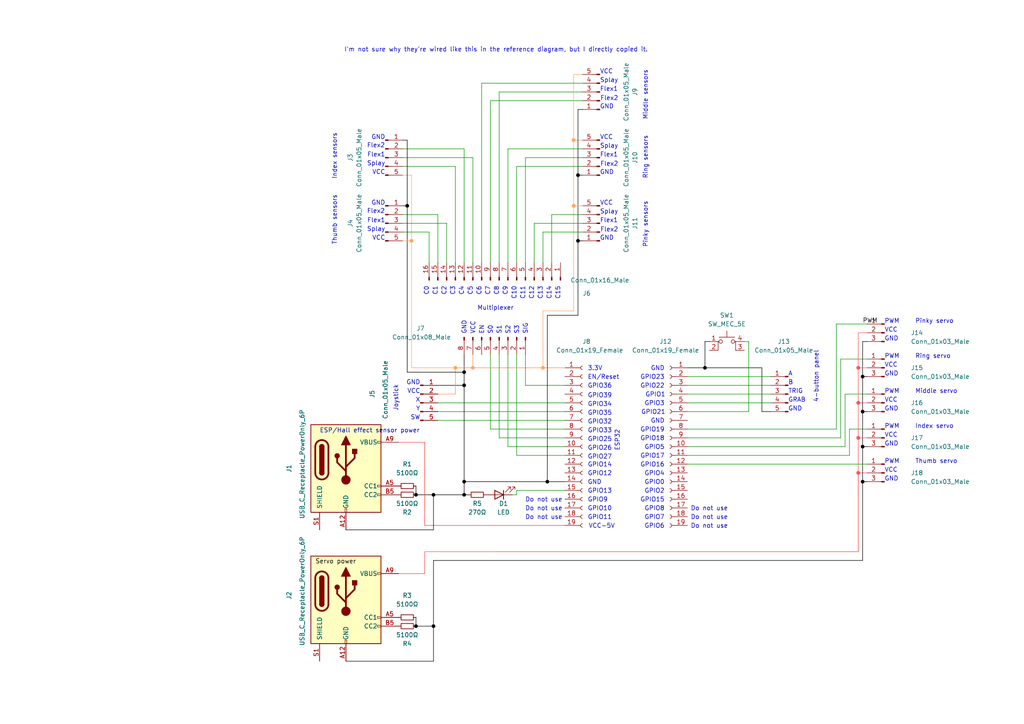
<source format=kicad_sch>
(kicad_sch (version 20231120) (generator "eeschema") (generator_version "8.0")
  (paper "A4")
  (title_block (title "LucidVR Prototype 5 PCB"))
  (lib_symbols
    (symbol "Connector:Conn_01x03_Male" (pin_names (offset 1.016) hide)
      (property "Reference" "J" (at 0 5.08 0))
      (property "Value" "Conn_01x03_Male" (at 0 -5.08 0))
      (symbol "Conn_01x03_Male_1_1"
        (polyline (pts (xy 1.27 -2.54) (xy 0.8636 -2.54)) (stroke (width 0.1524)))
        (polyline (pts (xy 1.27 0) (xy 0.8636 0)) (stroke (width 0.1524)))
        (polyline (pts (xy 1.27 2.54) (xy 0.8636 2.54)) (stroke (width 0.1524)))
        (rectangle (start 0.8636 -2.413) (end 0 -2.667) (stroke (width 0.1524)) (fill (type outline)))
        (rectangle (start 0.8636 0.127) (end 0 -0.127) (stroke (width 0.1524)) (fill (type outline)))
        (rectangle (start 0.8636 2.667) (end 0 2.413) (stroke (width 0.1524)) (fill (type outline)))
        (pin passive line (at 5.08 2.54 180) (length 3.81) (name "Pin_1") (number "1"))
        (pin passive line (at 5.08 0 180) (length 3.81) (name "Pin_2") (number "2"))
        (pin passive line (at 5.08 -2.54 180) (length 3.81) (name "Pin_3") (number "3"))
      )
    )
    (symbol "Connector:Conn_01x05_Male" (pin_names (offset 1.016) hide)
      (property "Reference" "J" (at 0 7.62 0))
      (property "Value" "Conn_01x05_Male" (at 0 -7.62 0))
      (symbol "Conn_01x05_Male_1_1"
        (polyline (pts (xy 1.27 -5.08) (xy 0.8636 -5.08)) (stroke (width 0.1524)))
        (polyline (pts (xy 1.27 -2.54) (xy 0.8636 -2.54)) (stroke (width 0.1524)))
        (polyline (pts (xy 1.27 0) (xy 0.8636 0)) (stroke (width 0.1524)))
        (polyline (pts (xy 1.27 2.54) (xy 0.8636 2.54)) (stroke (width 0.1524)))
        (polyline (pts (xy 1.27 5.08) (xy 0.8636 5.08)) (stroke (width 0.1524)))
        (rectangle (start 0.8636 -4.953) (end 0 -5.207) (stroke (width 0.1524)) (fill (type outline)))
        (rectangle (start 0.8636 -2.413) (end 0 -2.667) (stroke (width 0.1524)) (fill (type outline)))
        (rectangle (start 0.8636 0.127) (end 0 -0.127) (stroke (width 0.1524)) (fill (type outline)))
        (rectangle (start 0.8636 2.667) (end 0 2.413) (stroke (width 0.1524)) (fill (type outline)))
        (rectangle (start 0.8636 5.207) (end 0 4.953) (stroke (width 0.1524)) (fill (type outline)))
        (pin passive line (at 5.08 5.08 180) (length 3.81) (name "Pin_1") (number "1"))
        (pin passive line (at 5.08 2.54 180) (length 3.81) (name "Pin_2") (number "2"))
        (pin passive line (at 5.08 0 180) (length 3.81) (name "Pin_3") (number "3"))
        (pin passive line (at 5.08 -2.54 180) (length 3.81) (name "Pin_4") (number "4"))
        (pin passive line (at 5.08 -5.08 180) (length 3.81) (name "Pin_5") (number "5"))
      )
    )
    (symbol "Connector:Conn_01x08_Male" (pin_names (offset 1.016) hide)
      (property "Reference" "J" (at 0 10.16 0))
      (property "Value" "Conn_01x08_Male" (at 0 -12.7 0))
      (symbol "Conn_01x08_Male_1_1"
        (polyline (pts (xy 1.27 -10.16) (xy 0.8636 -10.16)) (stroke (width 0.1524)))
        (polyline (pts (xy 1.27 -7.62) (xy 0.8636 -7.62)) (stroke (width 0.1524)))
        (polyline (pts (xy 1.27 -5.08) (xy 0.8636 -5.08)) (stroke (width 0.1524)))
        (polyline (pts (xy 1.27 -2.54) (xy 0.8636 -2.54)) (stroke (width 0.1524)))
        (polyline (pts (xy 1.27 0) (xy 0.8636 0)) (stroke (width 0.1524)))
        (polyline (pts (xy 1.27 2.54) (xy 0.8636 2.54)) (stroke (width 0.1524)))
        (polyline (pts (xy 1.27 5.08) (xy 0.8636 5.08)) (stroke (width 0.1524)))
        (polyline (pts (xy 1.27 7.62) (xy 0.8636 7.62)) (stroke (width 0.1524)))
        (rectangle (start 0.8636 -10.033) (end 0 -10.287) (stroke (width 0.1524)) (fill (type outline)))
        (rectangle (start 0.8636 -7.493) (end 0 -7.747) (stroke (width 0.1524)) (fill (type outline)))
        (rectangle (start 0.8636 -4.953) (end 0 -5.207) (stroke (width 0.1524)) (fill (type outline)))
        (rectangle (start 0.8636 -2.413) (end 0 -2.667) (stroke (width 0.1524)) (fill (type outline)))
        (rectangle (start 0.8636 0.127) (end 0 -0.127) (stroke (width 0.1524)) (fill (type outline)))
        (rectangle (start 0.8636 2.667) (end 0 2.413) (stroke (width 0.1524)) (fill (type outline)))
        (rectangle (start 0.8636 5.207) (end 0 4.953) (stroke (width 0.1524)) (fill (type outline)))
        (rectangle (start 0.8636 7.747) (end 0 7.493) (stroke (width 0.1524)) (fill (type outline)))
        (pin passive line (at 5.08 7.62 180) (length 3.81) (name "Pin_1") (number "1"))
        (pin passive line (at 5.08 5.08 180) (length 3.81) (name "Pin_2") (number "2"))
        (pin passive line (at 5.08 2.54 180) (length 3.81) (name "Pin_3") (number "3"))
        (pin passive line (at 5.08 0 180) (length 3.81) (name "Pin_4") (number "4"))
        (pin passive line (at 5.08 -2.54 180) (length 3.81) (name "Pin_5") (number "5"))
        (pin passive line (at 5.08 -5.08 180) (length 3.81) (name "Pin_6") (number "6"))
        (pin passive line (at 5.08 -7.62 180) (length 3.81) (name "Pin_7") (number "7"))
        (pin passive line (at 5.08 -10.16 180) (length 3.81) (name "Pin_8") (number "8"))
      )
    )
    (symbol "Connector:Conn_01x16_Male" (pin_names (offset 1.016) hide)
      (property "Reference" "J" (at 0 20.32 0))
      (property "Value" "Conn_01x16_Male" (at 0 -22.86 0))
      (symbol "Conn_01x16_Male_1_1"
        (polyline (pts (xy 1.27 -20.32) (xy 0.8636 -20.32)) (stroke (width 0.1524)))
        (polyline (pts (xy 1.27 -17.78) (xy 0.8636 -17.78)) (stroke (width 0.1524)))
        (polyline (pts (xy 1.27 -15.24) (xy 0.8636 -15.24)) (stroke (width 0.1524)))
        (polyline (pts (xy 1.27 -12.7) (xy 0.8636 -12.7)) (stroke (width 0.1524)))
        (polyline (pts (xy 1.27 -10.16) (xy 0.8636 -10.16)) (stroke (width 0.1524)))
        (polyline (pts (xy 1.27 -7.62) (xy 0.8636 -7.62)) (stroke (width 0.1524)))
        (polyline (pts (xy 1.27 -5.08) (xy 0.8636 -5.08)) (stroke (width 0.1524)))
        (polyline (pts (xy 1.27 -2.54) (xy 0.8636 -2.54)) (stroke (width 0.1524)))
        (polyline (pts (xy 1.27 0) (xy 0.8636 0)) (stroke (width 0.1524)))
        (polyline (pts (xy 1.27 2.54) (xy 0.8636 2.54)) (stroke (width 0.1524)))
        (polyline (pts (xy 1.27 5.08) (xy 0.8636 5.08)) (stroke (width 0.1524)))
        (polyline (pts (xy 1.27 7.62) (xy 0.8636 7.62)) (stroke (width 0.1524)))
        (polyline (pts (xy 1.27 10.16) (xy 0.8636 10.16)) (stroke (width 0.1524)))
        (polyline (pts (xy 1.27 12.7) (xy 0.8636 12.7)) (stroke (width 0.1524)))
        (polyline (pts (xy 1.27 15.24) (xy 0.8636 15.24)) (stroke (width 0.1524)))
        (polyline (pts (xy 1.27 17.78) (xy 0.8636 17.78)) (stroke (width 0.1524)))
        (rectangle (start 0.8636 -20.193) (end 0 -20.447) (stroke (width 0.1524)) (fill (type outline)))
        (rectangle (start 0.8636 -17.653) (end 0 -17.907) (stroke (width 0.1524)) (fill (type outline)))
        (rectangle (start 0.8636 -15.113) (end 0 -15.367) (stroke (width 0.1524)) (fill (type outline)))
        (rectangle (start 0.8636 -12.573) (end 0 -12.827) (stroke (width 0.1524)) (fill (type outline)))
        (rectangle (start 0.8636 -10.033) (end 0 -10.287) (stroke (width 0.1524)) (fill (type outline)))
        (rectangle (start 0.8636 -7.493) (end 0 -7.747) (stroke (width 0.1524)) (fill (type outline)))
        (rectangle (start 0.8636 -4.953) (end 0 -5.207) (stroke (width 0.1524)) (fill (type outline)))
        (rectangle (start 0.8636 -2.413) (end 0 -2.667) (stroke (width 0.1524)) (fill (type outline)))
        (rectangle (start 0.8636 0.127) (end 0 -0.127) (stroke (width 0.1524)) (fill (type outline)))
        (rectangle (start 0.8636 2.667) (end 0 2.413) (stroke (width 0.1524)) (fill (type outline)))
        (rectangle (start 0.8636 5.207) (end 0 4.953) (stroke (width 0.1524)) (fill (type outline)))
        (rectangle (start 0.8636 7.747) (end 0 7.493) (stroke (width 0.1524)) (fill (type outline)))
        (rectangle (start 0.8636 10.287) (end 0 10.033) (stroke (width 0.1524)) (fill (type outline)))
        (rectangle (start 0.8636 12.827) (end 0 12.573) (stroke (width 0.1524)) (fill (type outline)))
        (rectangle (start 0.8636 15.367) (end 0 15.113) (stroke (width 0.1524)) (fill (type outline)))
        (rectangle (start 0.8636 17.907) (end 0 17.653) (stroke (width 0.1524)) (fill (type outline)))
        (pin passive line (at 5.08 17.78 180) (length 3.81) (name "Pin_1") (number "1"))
        (pin passive line (at 5.08 -5.08 180) (length 3.81) (name "Pin_10") (number "10"))
        (pin passive line (at 5.08 -7.62 180) (length 3.81) (name "Pin_11") (number "11"))
        (pin passive line (at 5.08 -10.16 180) (length 3.81) (name "Pin_12") (number "12"))
        (pin passive line (at 5.08 -12.7 180) (length 3.81) (name "Pin_13") (number "13"))
        (pin passive line (at 5.08 -15.24 180) (length 3.81) (name "Pin_14") (number "14"))
        (pin passive line (at 5.08 -17.78 180) (length 3.81) (name "Pin_15") (number "15"))
        (pin passive line (at 5.08 -20.32 180) (length 3.81) (name "Pin_16") (number "16"))
        (pin passive line (at 5.08 15.24 180) (length 3.81) (name "Pin_2") (number "2"))
        (pin passive line (at 5.08 12.7 180) (length 3.81) (name "Pin_3") (number "3"))
        (pin passive line (at 5.08 10.16 180) (length 3.81) (name "Pin_4") (number "4"))
        (pin passive line (at 5.08 7.62 180) (length 3.81) (name "Pin_5") (number "5"))
        (pin passive line (at 5.08 5.08 180) (length 3.81) (name "Pin_6") (number "6"))
        (pin passive line (at 5.08 2.54 180) (length 3.81) (name "Pin_7") (number "7"))
        (pin passive line (at 5.08 0 180) (length 3.81) (name "Pin_8") (number "8"))
        (pin passive line (at 5.08 -2.54 180) (length 3.81) (name "Pin_9") (number "9"))
      )
    )
    (symbol "Connector:Conn_01x19_Female" (pin_names (offset 1.016) hide)
      (property "Reference" "J" (at 0 25.4 0))
      (property "Value" "Conn_01x19_Female" (at 0 -25.4 0))
      (symbol "Conn_01x19_Female_1_1"
        (arc (start 0 -22.352) (mid -0.5058 -22.86) (end 0 -23.368) (stroke (width 0.1524)))
        (arc (start 0 -19.812) (mid -0.5058 -20.32) (end 0 -20.828) (stroke (width 0.1524)))
        (arc (start 0 -17.272) (mid -0.5058 -17.78) (end 0 -18.288) (stroke (width 0.1524)))
        (arc (start 0 -14.732) (mid -0.5058 -15.24) (end 0 -15.748) (stroke (width 0.1524)))
        (arc (start 0 -12.192) (mid -0.5058 -12.7) (end 0 -13.208) (stroke (width 0.1524)))
        (arc (start 0 -9.652) (mid -0.5058 -10.16) (end 0 -10.668) (stroke (width 0.1524)))
        (arc (start 0 -7.112) (mid -0.5058 -7.62) (end 0 -8.128) (stroke (width 0.1524)))
        (arc (start 0 -4.572) (mid -0.5058 -5.08) (end 0 -5.588) (stroke (width 0.1524)))
        (arc (start 0 -2.032) (mid -0.5058 -2.54) (end 0 -3.048) (stroke (width 0.1524)))
        (polyline (pts (xy -1.27 -22.86) (xy -0.508 -22.86)) (stroke (width 0.1524)))
        (polyline (pts (xy -1.27 -20.32) (xy -0.508 -20.32)) (stroke (width 0.1524)))
        (polyline (pts (xy -1.27 -17.78) (xy -0.508 -17.78)) (stroke (width 0.1524)))
        (polyline (pts (xy -1.27 -15.24) (xy -0.508 -15.24)) (stroke (width 0.1524)))
        (polyline (pts (xy -1.27 -12.7) (xy -0.508 -12.7)) (stroke (width 0.1524)))
        (polyline (pts (xy -1.27 -10.16) (xy -0.508 -10.16)) (stroke (width 0.1524)))
        (polyline (pts (xy -1.27 -7.62) (xy -0.508 -7.62)) (stroke (width 0.1524)))
        (polyline (pts (xy -1.27 -5.08) (xy -0.508 -5.08)) (stroke (width 0.1524)))
        (polyline (pts (xy -1.27 -2.54) (xy -0.508 -2.54)) (stroke (width 0.1524)))
        (polyline (pts (xy -1.27 0) (xy -0.508 0)) (stroke (width 0.1524)))
        (polyline (pts (xy -1.27 2.54) (xy -0.508 2.54)) (stroke (width 0.1524)))
        (polyline (pts (xy -1.27 5.08) (xy -0.508 5.08)) (stroke (width 0.1524)))
        (polyline (pts (xy -1.27 7.62) (xy -0.508 7.62)) (stroke (width 0.1524)))
        (polyline (pts (xy -1.27 10.16) (xy -0.508 10.16)) (stroke (width 0.1524)))
        (polyline (pts (xy -1.27 12.7) (xy -0.508 12.7)) (stroke (width 0.1524)))
        (polyline (pts (xy -1.27 15.24) (xy -0.508 15.24)) (stroke (width 0.1524)))
        (polyline (pts (xy -1.27 17.78) (xy -0.508 17.78)) (stroke (width 0.1524)))
        (polyline (pts (xy -1.27 20.32) (xy -0.508 20.32)) (stroke (width 0.1524)))
        (polyline (pts (xy -1.27 22.86) (xy -0.508 22.86)) (stroke (width 0.1524)))
        (arc (start 0 0.508) (mid -0.5058 0) (end 0 -0.508) (stroke (width 0.1524)))
        (arc (start 0 3.048) (mid -0.5058 2.54) (end 0 2.032) (stroke (width 0.1524)))
        (arc (start 0 5.588) (mid -0.5058 5.08) (end 0 4.572) (stroke (width 0.1524)))
        (arc (start 0 8.128) (mid -0.5058 7.62) (end 0 7.112) (stroke (width 0.1524)))
        (arc (start 0 10.668) (mid -0.5058 10.16) (end 0 9.652) (stroke (width 0.1524)))
        (arc (start 0 13.208) (mid -0.5058 12.7) (end 0 12.192) (stroke (width 0.1524)))
        (arc (start 0 15.748) (mid -0.5058 15.24) (end 0 14.732) (stroke (width 0.1524)))
        (arc (start 0 18.288) (mid -0.5058 17.78) (end 0 17.272) (stroke (width 0.1524)))
        (arc (start 0 20.828) (mid -0.5058 20.32) (end 0 19.812) (stroke (width 0.1524)))
        (arc (start 0 23.368) (mid -0.5058 22.86) (end 0 22.352) (stroke (width 0.1524)))
        (pin passive line (at -5.08 22.86 0) (length 3.81) (name "Pin_1") (number "1"))
        (pin passive line (at -5.08 0 0) (length 3.81) (name "Pin_10") (number "10"))
        (pin passive line (at -5.08 -2.54 0) (length 3.81) (name "Pin_11") (number "11"))
        (pin passive line (at -5.08 -5.08 0) (length 3.81) (name "Pin_12") (number "12"))
        (pin passive line (at -5.08 -7.62 0) (length 3.81) (name "Pin_13") (number "13"))
        (pin passive line (at -5.08 -10.16 0) (length 3.81) (name "Pin_14") (number "14"))
        (pin passive line (at -5.08 -12.7 0) (length 3.81) (name "Pin_15") (number "15"))
        (pin passive line (at -5.08 -15.24 0) (length 3.81) (name "Pin_16") (number "16"))
        (pin passive line (at -5.08 -17.78 0) (length 3.81) (name "Pin_17") (number "17"))
        (pin passive line (at -5.08 -20.32 0) (length 3.81) (name "Pin_18") (number "18"))
        (pin passive line (at -5.08 -22.86 0) (length 3.81) (name "Pin_19") (number "19"))
        (pin passive line (at -5.08 20.32 0) (length 3.81) (name "Pin_2") (number "2"))
        (pin passive line (at -5.08 17.78 0) (length 3.81) (name "Pin_3") (number "3"))
        (pin passive line (at -5.08 15.24 0) (length 3.81) (name "Pin_4") (number "4"))
        (pin passive line (at -5.08 12.7 0) (length 3.81) (name "Pin_5") (number "5"))
        (pin passive line (at -5.08 10.16 0) (length 3.81) (name "Pin_6") (number "6"))
        (pin passive line (at -5.08 7.62 0) (length 3.81) (name "Pin_7") (number "7"))
        (pin passive line (at -5.08 5.08 0) (length 3.81) (name "Pin_8") (number "8"))
        (pin passive line (at -5.08 2.54 0) (length 3.81) (name "Pin_9") (number "9"))
      )
    )
    (symbol "Connector:USB_C_Receptacle_PowerOnly_6P" (pin_names (offset 1.016))
      (property "Reference" "J" (at 0 16.51 0))
      (property "Value" "USB_C_Receptacle_PowerOnly_6P" (at 0 13.97 0))
      (symbol "USB_C_Receptacle_PowerOnly_6P_0_0"
        (rectangle (start -0.254 -12.7) (end 0.254 -11.684))
        (rectangle (start 10.16 -7.366) (end 9.144 -7.874))
        (rectangle (start 10.16 -4.826) (end 9.144 -5.334))
        (rectangle (start 10.16 7.874) (end 9.144 7.366))
      )
      (symbol "USB_C_Receptacle_PowerOnly_6P_0_1"
        (rectangle (start -10.16 12.7) (end 10.16 -12.7) (stroke (width 0.254)) (fill (type background)))
        (arc (start -8.89 -1.27) (mid -6.985 -3.1666) (end -5.08 -1.27) (stroke (width 0.508)))
        (arc (start -7.62 -1.27) (mid -6.985 -1.9022) (end -6.35 -1.27) (stroke (width 0.254)))
        (arc (start -7.62 -1.27) (mid -6.985 -1.9022) (end -6.35 -1.27) (stroke (width 0.254)) (fill (type outline)))
        (rectangle (start -7.62 -1.27) (end -6.35 6.35) (stroke (width 0.254)) (fill (type outline)))
        (arc (start -6.35 6.35) (mid -6.985 6.9822) (end -7.62 6.35) (stroke (width 0.254)))
        (arc (start -6.35 6.35) (mid -6.985 6.9822) (end -7.62 6.35) (stroke (width 0.254)) (fill (type outline)))
        (arc (start -5.08 6.35) (mid -6.985 8.2466) (end -8.89 6.35) (stroke (width 0.508)))
        (circle (center -2.54 3.683) (radius 0.635) (stroke (width 0.254)) (fill (type outline)))
        (circle (center 0 -3.302) (radius 1.27) (fill (type outline)))
        (polyline (pts (xy -8.89 -1.27) (xy -8.89 6.35)) (stroke (width 0.508)))
        (polyline (pts (xy -5.08 6.35) (xy -5.08 -1.27)) (stroke (width 0.508)))
        (polyline (pts (xy 0 -3.302) (xy 0 6.858)) (stroke (width 0.508)))
        (polyline (pts (xy 0 -0.762) (xy -2.54 1.778) (xy -2.54 3.048)) (stroke (width 0.508)))
        (polyline (pts (xy 0 0.508) (xy 2.54 3.048) (xy 2.54 4.318)) (stroke (width 0.508)))
        (polyline (pts (xy -1.27 6.858) (xy 0 9.398) (xy 1.27 6.858) (xy -1.27 6.858)) (stroke (width 0.254)) (fill (type outline)))
        (rectangle (start 1.905 4.318) (end 3.175 5.588) (stroke (width 0.254)) (fill (type outline)))
      )
      (symbol "USB_C_Receptacle_PowerOnly_6P_1_1"
        (pin passive line (at 0 -17.78 90) (length 5.08) (name "GND") (number "A12"))
        (pin bidirectional line (at 15.24 -5.08 180) (length 5.08) (name "CC1") (number "A5"))
        (pin passive line (at 15.24 7.62 180) (length 5.08) (name "VBUS") (number "A9"))
        (pin passive line (at 0 -17.78 90) (length 5.08) hide (name "GND") (number "B12"))
        (pin bidirectional line (at 15.24 -7.62 180) (length 5.08) (name "CC2") (number "B5"))
        (pin passive line (at 15.24 7.62 180) (length 5.08) hide (name "VBUS") (number "B9"))
        (pin passive line (at -7.62 -17.78 90) (length 5.08) (name "SHIELD") (number "S1"))
      )
    )
    (symbol "Device:LED" (pin_numbers hide) (pin_names (offset 1.016) hide)
      (property "Reference" "D" (at 0 2.54 0))
      (property "Value" "LED" (at 0 -2.54 0))
      (symbol "LED_0_1"
        (polyline (pts (xy -1.27 -1.27) (xy -1.27 1.27)) (stroke (width 0.254)))
        (polyline (pts (xy -1.27 0) (xy 1.27 0)))
        (polyline (pts (xy 1.27 -1.27) (xy 1.27 1.27) (xy -1.27 0) (xy 1.27 -1.27)) (stroke (width 0.254)))
        (polyline (pts (xy -3.048 -0.762) (xy -4.572 -2.286) (xy -3.81 -2.286) (xy -4.572 -2.286) (xy -4.572 -1.524)))
        (polyline (pts (xy -1.778 -0.762) (xy -3.302 -2.286) (xy -2.54 -2.286) (xy -3.302 -2.286) (xy -3.302 -1.524)))
      )
      (symbol "LED_1_1"
        (pin passive line (at -3.81 0 0) (length 2.54) (name "K") (number "1"))
        (pin passive line (at 3.81 0 180) (length 2.54) (name "A") (number "2"))
      )
    )
    (symbol "Device:R_Small" (pin_numbers hide) (pin_names (offset 0.254) hide)
      (property "Reference" "R" (at 0.762 0.508 0))
      (property "Value" "R_Small" (at 0.762 -1.016 0))
      (symbol "R_Small_0_1"
        (rectangle (start -0.762 1.778) (end 0.762 -1.778) (stroke (width 0.2032)))
      )
      (symbol "R_Small_1_1"
        (pin passive line (at 0 2.54 270) (length 0.762) (name "~") (number "1"))
        (pin passive line (at 0 -2.54 90) (length 0.762) (name "~") (number "2"))
      )
    )
    (symbol "Switch:SW_MEC_5E" (pin_names (offset 1.016) hide)
      (property "Reference" "SW" (at 0.635 5.715 0))
      (property "Value" "SW_MEC_5E" (at 0 -3.175 0))
      (symbol "SW_MEC_5E_0_1"
        (circle (center -1.778 2.54) (radius 0.508))
        (polyline (pts (xy -2.286 3.81) (xy 2.286 3.81)))
        (polyline (pts (xy 0 3.81) (xy 0 5.588)))
        (polyline (pts (xy -2.54 0) (xy -2.54 2.54) (xy -2.286 2.54)))
        (polyline (pts (xy 2.54 0) (xy 2.54 2.54) (xy 2.286 2.54)))
        (circle (center 1.778 2.54) (radius 0.508))
        (pin passive line (at -5.08 2.54 0) (length 2.54) (name "1") (number "1"))
        (pin passive line (at -5.08 0 0) (length 2.54) (name "2") (number "2"))
        (pin passive line (at 5.08 0 180) (length 2.54) (name "K") (number "3"))
        (pin passive line (at 5.08 2.54 180) (length 2.54) (name "A") (number "4"))
      )
    )
  )
  (junction (at 166.37 59.69) (color 255 158 87 1))
  (junction (at 158.75 139.7) (color 0 0 0 1))
  (junction (at 248.92 137.16) (color 255 69 86 1))
  (junction (at 119.38 69.85) (color 255 158 87 1))
  (junction (at 125.73 181.61) (color 0 0 0 1))
  (junction (at 137.16 106.68) (color 255 159 105 1))
  (junction (at 248.92 116.84) (color 255 69 86 1))
  (junction (at 250.19 129.54) (color 0 0 0 1))
  (junction (at 250.19 119.38) (color 0 0 0 1))
  (junction (at 248.92 127) (color 255 69 86 1))
  (junction (at 157.48 106.68) (color 255 158 87 1))
  (junction (at 118.11 59.69) (color 0 0 0 1))
  (junction (at 250.19 109.22) (color 0 0 0 1))
  (junction (at 125.73 143.51) (color 0 0 0 1))
  (junction (at 167.64 50.8) (color 0 0 0 1))
  (junction (at 120.65 181.61) (color 0 0 0 1))
  (junction (at 134.62 139.7) (color 0 0 0 1))
  (junction (at 166.37 40.64) (color 255 158 87 1))
  (junction (at 120.65 143.51) (color 0 0 0 1))
  (junction (at 204.47 106.68) (color 0 0 0 1))
  (junction (at 134.62 143.51) (color 0 0 0 1))
  (junction (at 132.08 106.68) (color 255 158 87 1))
  (junction (at 250.19 139.7) (color 0 0 0 1))
  (junction (at 167.64 69.85) (color 0 0 0 1))
  (junction (at 134.62 111.76) (color 0 0 0 1))
  (junction (at 248.92 106.68) (color 255 69 86 1))
  (junction (at 134.62 107.95) (color 0 0 0 1))
  (wire (pts (xy 220.98 106.68) (xy 220.98 119.38)) (stroke (width 0) (color 0 0 0 1)))
  (wire (pts (xy 125.73 162.56) (xy 125.73 181.61)) (stroke (width 0) (color 0 0 0 1)))
  (wire (pts (xy 127 62.23) (xy 116.84 62.23)))
  (wire (pts (xy 250.19 129.54) (xy 251.46 129.54)) (stroke (width 0) (color 0 0 0 1)))
  (wire (pts (xy 204.47 99.06) (xy 205.74 99.06)) (stroke (width 0) (color 0 0 0 1)))
  (wire (pts (xy 199.39 111.76) (xy 223.52 111.76)))
  (wire (pts (xy 242.57 93.98) (xy 251.46 93.98)))
  (wire (pts (xy 147.32 76.2) (xy 147.32 43.18)))
  (wire (pts (xy 167.64 50.8) (xy 167.64 69.85)) (stroke (width 0) (color 0 0 0 1)))
  (wire (pts (xy 245.11 114.3) (xy 251.46 114.3)))
  (wire (pts (xy 127 121.92) (xy 163.83 121.92)))
  (wire (pts (xy 166.37 21.59) (xy 168.91 21.59)) (stroke (width 0) (color 255 161 98 1)))
  (wire (pts (xy 248.92 143.51) (xy 248.92 137.16)) (stroke (width 0) (color 255 43 64 1)))
  (wire (pts (xy 125.73 143.51) (xy 125.73 153.67)) (stroke (width 0) (color 0 0 0 1)))
  (wire (pts (xy 123.19 160.02) (xy 123.19 162.56)) (stroke (width 0) (color 255 83 91 1)))
  (wire (pts (xy 199.39 109.22) (xy 223.52 109.22)))
  (wire (pts (xy 152.4 102.87) (xy 152.4 111.76)))
  (wire (pts (xy 246.38 124.46) (xy 246.38 132.08)))
  (wire (pts (xy 149.86 102.87) (xy 149.86 132.08)))
  (wire (pts (xy 125.73 162.56) (xy 250.19 162.56)) (stroke (width 0) (color 0 0 0 1)))
  (wire (pts (xy 250.19 99.06) (xy 251.46 99.06)) (stroke (width 0) (color 0 0 0 1)))
  (wire (pts (xy 143.51 160.02) (xy 123.19 160.02)) (stroke (width 0) (color 255 83 91 1)))
  (wire (pts (xy 166.37 40.64) (xy 168.91 40.64)) (stroke (width 0) (color 255 161 98 1)))
  (wire (pts (xy 132.08 76.2) (xy 132.08 48.26)))
  (wire (pts (xy 115.57 166.37) (xy 123.19 166.37)) (stroke (width 0) (color 255 60 69 1)))
  (wire (pts (xy 147.32 43.18) (xy 168.91 43.18)))
  (wire (pts (xy 127 116.84) (xy 163.83 116.84)))
  (wire (pts (xy 242.57 93.98) (xy 242.57 124.46)))
  (wire (pts (xy 125.73 143.51) (xy 134.62 143.51)) (stroke (width 0) (color 0 0 0 1)))
  (wire (pts (xy 152.4 111.76) (xy 163.83 111.76)))
  (wire (pts (xy 166.37 40.64) (xy 166.37 21.59)) (stroke (width 0) (color 255 161 98 1)))
  (wire (pts (xy 144.78 102.87) (xy 144.78 127)))
  (wire (pts (xy 100.33 153.67) (xy 125.73 153.67)) (stroke (width 0) (color 0 0 0 1)))
  (wire (pts (xy 129.54 64.77) (xy 116.84 64.77)))
  (wire (pts (xy 199.39 114.3) (xy 223.52 114.3)))
  (wire (pts (xy 167.64 31.75) (xy 167.64 50.8)) (stroke (width 0) (color 0 0 0 1)))
  (wire (pts (xy 152.4 76.2) (xy 152.4 45.72)))
  (wire (pts (xy 118.11 40.64) (xy 118.11 59.69)) (stroke (width 0) (color 0 0 0 1)))
  (wire (pts (xy 250.19 139.7) (xy 250.19 129.54)) (stroke (width 0) (color 0 0 0 1)))
  (wire (pts (xy 149.86 76.2) (xy 149.86 48.26)))
  (wire (pts (xy 137.16 106.68) (xy 157.48 106.68)) (stroke (width 0) (color 255 137 79 1)))
  (wire (pts (xy 204.47 99.06) (xy 204.47 106.68)) (stroke (width 0) (color 0 0 0 1)))
  (wire (pts (xy 166.37 59.69) (xy 166.37 40.64)) (stroke (width 0) (color 255 161 98 1)))
  (wire (pts (xy 139.7 24.13) (xy 168.91 24.13)))
  (wire (pts (xy 158.75 139.7) (xy 163.83 139.7)) (stroke (width 0) (color 0 0 0 1)))
  (wire (pts (xy 137.16 102.87) (xy 137.16 106.68)) (stroke (width 0) (color 255 137 79 1)))
  (wire (pts (xy 142.24 124.46) (xy 163.83 124.46)))
  (wire (pts (xy 250.19 109.22) (xy 250.19 99.06)) (stroke (width 0) (color 0 0 0 1)))
  (wire (pts (xy 132.08 106.68) (xy 137.16 106.68)) (stroke (width 0) (color 255 137 79 1)))
  (wire (pts (xy 248.92 127) (xy 248.92 137.16)) (stroke (width 0) (color 255 83 91 1)))
  (wire (pts (xy 167.64 69.85) (xy 168.91 69.85)) (stroke (width 0) (color 0 0 0 1)))
  (wire (pts (xy 157.48 90.17) (xy 166.37 90.17)) (stroke (width 0) (color 255 161 98 1)))
  (wire (pts (xy 152.4 45.72) (xy 168.91 45.72)))
  (wire (pts (xy 134.62 139.7) (xy 158.75 139.7)) (stroke (width 0) (color 0 0 0 1)))
  (wire (pts (xy 144.78 127) (xy 163.83 127)))
  (wire (pts (xy 135.89 143.51) (xy 134.62 143.51)) (stroke (width 0) (color 0 0 0 1)))
  (wire (pts (xy 119.38 50.8) (xy 116.84 50.8)) (stroke (width 0) (color 255 161 98 1)))
  (wire (pts (xy 120.65 140.97) (xy 120.65 143.51)) (stroke (width 0) (color 0 0 0 1)))
  (wire (pts (xy 119.38 106.68) (xy 132.08 106.68)) (stroke (width 0) (color 255 161 98 1)))
  (wire (pts (xy 251.46 96.52) (xy 248.92 96.52)) (stroke (width 0) (color 255 83 91 1)))
  (wire (pts (xy 154.94 76.2) (xy 154.94 64.77)))
  (wire (pts (xy 199.39 129.54) (xy 245.11 129.54)))
  (wire (pts (xy 137.16 45.72) (xy 116.84 45.72)))
  (wire (pts (xy 250.19 109.22) (xy 251.46 109.22)) (stroke (width 0) (color 0 0 0 1)))
  (wire (pts (xy 157.48 106.68) (xy 163.83 106.68)) (stroke (width 0) (color 255 137 79 1)))
  (wire (pts (xy 250.19 162.56) (xy 250.19 139.7)) (stroke (width 0) (color 0 0 0 1)))
  (wire (pts (xy 125.73 181.61) (xy 125.73 191.77)) (stroke (width 0) (color 0 0 0 1)))
  (wire (pts (xy 148.59 143.51) (xy 149.86 143.51)))
  (wire (pts (xy 120.65 143.51) (xy 125.73 143.51)) (stroke (width 0) (color 0 0 0 1)))
  (wire (pts (xy 127 119.38) (xy 163.83 119.38)))
  (wire (pts (xy 134.62 107.95) (xy 134.62 111.76)) (stroke (width 0) (color 0 0 0 1)))
  (wire (pts (xy 167.64 91.44) (xy 158.75 91.44)) (stroke (width 0) (color 0 0 0 1)))
  (wire (pts (xy 157.48 106.68) (xy 157.48 90.17)) (stroke (width 0) (color 255 161 98 1)))
  (wire (pts (xy 199.39 116.84) (xy 223.52 116.84)))
  (wire (pts (xy 137.16 76.2) (xy 137.16 45.72)))
  (wire (pts (xy 132.08 106.68) (xy 132.08 114.3)) (stroke (width 0) (color 255 137 79 1)))
  (wire (pts (xy 119.38 69.85) (xy 119.38 106.68)) (stroke (width 0) (color 255 161 98 1)))
  (wire (pts (xy 215.9 99.06) (xy 217.17 99.06)))
  (wire (pts (xy 134.62 76.2) (xy 134.62 43.18)))
  (wire (pts (xy 199.39 132.08) (xy 246.38 132.08)))
  (wire (pts (xy 147.32 102.87) (xy 147.32 129.54)))
  (wire (pts (xy 142.24 76.2) (xy 142.24 29.21)))
  (wire (pts (xy 118.11 59.69) (xy 118.11 107.95)) (stroke (width 0) (color 0 0 0 1)))
  (wire (pts (xy 199.39 119.38) (xy 217.17 119.38)))
  (wire (pts (xy 251.46 139.7) (xy 250.19 139.7)) (stroke (width 0) (color 0 0 0 1)))
  (wire (pts (xy 220.98 119.38) (xy 223.52 119.38)) (stroke (width 0) (color 0 0 0 1)))
  (wire (pts (xy 248.92 106.68) (xy 248.92 116.84)) (stroke (width 0) (color 255 83 91 1)))
  (wire (pts (xy 158.75 91.44) (xy 158.75 139.7)) (stroke (width 0) (color 0 0 0 1)))
  (wire (pts (xy 168.91 31.75) (xy 167.64 31.75)) (stroke (width 0) (color 0 0 0 1)))
  (wire (pts (xy 120.65 181.61) (xy 125.73 181.61)) (stroke (width 0) (color 0 0 0 1)))
  (wire (pts (xy 157.48 76.2) (xy 157.48 67.31)))
  (wire (pts (xy 248.92 160.02) (xy 248.92 143.51)) (stroke (width 0) (color 255 60 64 1)))
  (wire (pts (xy 124.46 76.2) (xy 124.46 67.31)))
  (wire (pts (xy 129.54 76.2) (xy 129.54 64.77)))
  (wire (pts (xy 132.08 48.26) (xy 116.84 48.26)))
  (wire (pts (xy 139.7 76.2) (xy 139.7 24.13)))
  (wire (pts (xy 115.57 128.27) (xy 123.19 128.27)) (stroke (width 0) (color 255 72 79 1)))
  (wire (pts (xy 250.19 129.54) (xy 250.19 119.38)) (stroke (width 0) (color 0 0 0 1)))
  (wire (pts (xy 204.47 106.68) (xy 220.98 106.68)) (stroke (width 0) (color 0 0 0 1)))
  (wire (pts (xy 248.92 106.68) (xy 251.46 106.68)) (stroke (width 0) (color 255 83 91 1)))
  (wire (pts (xy 143.51 160.02) (xy 248.92 160.02)) (stroke (width 0) (color 255 60 64 1)))
  (wire (pts (xy 248.92 96.52) (xy 248.92 106.68)) (stroke (width 0) (color 255 83 91 1)))
  (wire (pts (xy 248.92 116.84) (xy 248.92 127)) (stroke (width 0) (color 255 83 91 1)))
  (wire (pts (xy 134.62 139.7) (xy 134.62 143.51)) (stroke (width 0) (color 0 0 0 1)))
  (wire (pts (xy 123.19 162.56) (xy 123.19 166.37)) (stroke (width 0) (color 255 60 69 1)))
  (wire (pts (xy 250.19 119.38) (xy 251.46 119.38)) (stroke (width 0) (color 0 0 0 1)))
  (wire (pts (xy 124.46 67.31) (xy 116.84 67.31)))
  (wire (pts (xy 116.84 69.85) (xy 119.38 69.85)) (stroke (width 0) (color 255 161 98 1)))
  (wire (pts (xy 116.84 40.64) (xy 118.11 40.64)) (stroke (width 0) (color 0 0 0 1)))
  (wire (pts (xy 199.39 127) (xy 243.84 127)))
  (wire (pts (xy 160.02 76.2) (xy 160.02 62.23)))
  (wire (pts (xy 144.78 76.2) (xy 144.78 26.67)))
  (wire (pts (xy 123.19 128.27) (xy 123.19 152.4)) (stroke (width 0) (color 255 54 54 1)))
  (wire (pts (xy 149.86 132.08) (xy 163.83 132.08)))
  (wire (pts (xy 243.84 104.14) (xy 243.84 127)))
  (wire (pts (xy 199.39 124.46) (xy 242.57 124.46)))
  (wire (pts (xy 149.86 142.24) (xy 163.83 142.24)))
  (wire (pts (xy 120.65 179.07) (xy 120.65 181.61)) (stroke (width 0) (color 0 0 0 1)))
  (wire (pts (xy 167.64 69.85) (xy 167.64 91.44)) (stroke (width 0) (color 0 0 0 1)))
  (wire (pts (xy 154.94 64.77) (xy 168.91 64.77)))
  (wire (pts (xy 118.11 107.95) (xy 134.62 107.95)) (stroke (width 0) (color 0 0 0 1)))
  (wire (pts (xy 248.92 127) (xy 251.46 127)) (stroke (width 0) (color 255 83 91 1)))
  (wire (pts (xy 149.86 143.51) (xy 149.86 142.24)))
  (wire (pts (xy 248.92 137.16) (xy 251.46 137.16)) (stroke (width 0) (color 255 83 91 1)))
  (wire (pts (xy 199.39 134.62) (xy 251.46 134.62)))
  (wire (pts (xy 251.46 124.46) (xy 246.38 124.46)))
  (wire (pts (xy 127 76.2) (xy 127 62.23)))
  (wire (pts (xy 167.64 50.8) (xy 168.91 50.8)) (stroke (width 0) (color 0 0 0 1)))
  (wire (pts (xy 248.92 116.84) (xy 251.46 116.84)) (stroke (width 0) (color 255 83 91 1)))
  (wire (pts (xy 123.19 152.4) (xy 163.83 152.4)) (stroke (width 0) (color 255 54 54 1)))
  (wire (pts (xy 243.84 104.14) (xy 251.46 104.14)))
  (wire (pts (xy 127 114.3) (xy 132.08 114.3)) (stroke (width 0) (color 255 137 79 1)))
  (wire (pts (xy 144.78 26.67) (xy 168.91 26.67)))
  (wire (pts (xy 134.62 102.87) (xy 134.62 107.95)) (stroke (width 0) (color 0 0 0 1)))
  (wire (pts (xy 166.37 90.17) (xy 166.37 59.69)) (stroke (width 0) (color 255 161 98 1)))
  (wire (pts (xy 142.24 29.21) (xy 168.91 29.21)))
  (wire (pts (xy 147.32 129.54) (xy 163.83 129.54)))
  (wire (pts (xy 142.24 102.87) (xy 142.24 124.46)))
  (wire (pts (xy 250.19 109.22) (xy 250.19 119.38)) (stroke (width 0) (color 0 0 0 1)))
  (wire (pts (xy 166.37 59.69) (xy 168.91 59.69)) (stroke (width 0) (color 255 161 98 1)))
  (wire (pts (xy 199.39 106.68) (xy 204.47 106.68)) (stroke (width 0) (color 0 0 0 1)))
  (wire (pts (xy 127 111.76) (xy 134.62 111.76)) (stroke (width 0) (color 0 0 0 1)))
  (wire (pts (xy 134.62 43.18) (xy 116.84 43.18)))
  (wire (pts (xy 149.86 48.26) (xy 168.91 48.26)))
  (wire (pts (xy 217.17 99.06) (xy 217.17 119.38)))
  (wire (pts (xy 119.38 69.85) (xy 119.38 50.8)) (stroke (width 0) (color 255 161 98 1)))
  (wire (pts (xy 245.11 114.3) (xy 245.11 129.54)))
  (wire (pts (xy 157.48 67.31) (xy 168.91 67.31)))
  (wire (pts (xy 160.02 62.23) (xy 168.91 62.23)))
  (wire (pts (xy 134.62 111.76) (xy 134.62 139.7)) (stroke (width 0) (color 0 0 0 1)))
  (wire (pts (xy 118.11 59.69) (xy 116.84 59.69)) (stroke (width 0) (color 0 0 0 1)))
  (wire (pts (xy 100.33 191.77) (xy 125.73 191.77)) (stroke (width 0) (color 0 0 0 1)))
  (text "Flex1" (at 111.76 64.77 0) (effects (font (size 1.27 1.27)) (justify right bottom)))
  (text "GND" (at 256.54 109.22 0) (effects (font (size 1.27 1.27)) (justify left bottom)))
  (text "C15" (at 162.56 83.058 90) (effects (font (size 1.27 1.27)) (justify right bottom)))
  (text "SIG" (at 153.162 97.028 90) (effects (font (size 1.27 1.27)) (justify left bottom)))
  (text "GND" (at 256.54 129.54 0) (effects (font (size 1.27 1.27)) (justify left bottom)))
  (text "GPIO14" (at 170.434 134.874 0) (effects (font (size 1.27 1.27)) (justify left)))
  (text "Multiplexer" (at 138.43 90.17 0) (effects (font (size 1.27 1.27)) (justify left bottom)))
  (text "Flex1" (at 111.76 45.72 0) (effects (font (size 1.27 1.27)) (justify right bottom)))
  (text "GPIO4" (at 192.786 137.414 0) (effects (font (size 1.27 1.27)) (justify right)))
  (text "VCC" (at 256.54 96.52 0) (effects (font (size 1.27 1.27)) (justify left bottom)))
  (text "SW" (at 121.92 121.92 0) (effects (font (size 1.27 1.27)) (justify right bottom)))
  (text "VCC" (at 256.54 137.16 0) (effects (font (size 1.27 1.27)) (justify left bottom)))
  (text "GND" (at 173.99 31.75 0) (effects (font (size 1.27 1.27)) (justify left bottom)))
  (text "GPIO23" (at 192.786 109.474 0) (effects (font (size 1.27 1.27)) (justify right)))
  (text "GPIO9" (at 170.434 145.034 0) (effects (font (size 1.27 1.27)) (justify left)))
  (text "Pinky servo" (at 265.43 93.98 0) (effects (font (size 1.27 1.27)) (justify left bottom)))
  (text "Splay" (at 173.99 62.23 0) (effects (font (size 1.27 1.27)) (justify left bottom)))
  (text "GPIO39\n" (at 170.434 114.808 0) (effects (font (size 1.27 1.27)) (justify left)))
  (text "GPIO34\n" (at 170.434 117.348 0) (effects (font (size 1.27 1.27)) (justify left)))
  (text "C5" (at 137.16 83.058 90) (effects (font (size 1.27 1.27)) (justify right bottom)))
  (text "VCC" (at 256.54 127 0) (effects (font (size 1.27 1.27)) (justify left bottom)))
  (text "GPIO35\n" (at 170.434 119.888 0) (effects (font (size 1.27 1.27)) (justify left)))
  (text "Splay" (at 173.99 24.13 0) (effects (font (size 1.27 1.27)) (justify left bottom)))
  (text "GPIO26" (at 170.434 130.048 0) (effects (font (size 1.27 1.27)) (justify left)))
  (text "Do not use" (at 205.74 150.114 0) (effects (font (size 1.27 1.27))))
  (text "VCC" (at 256.54 106.68 0) (effects (font (size 1.27 1.27)) (justify left bottom)))
  (text "Splay" (at 111.76 48.26 0) (effects (font (size 1.27 1.27)) (justify right bottom)))
  (text "Flex1" (at 173.99 26.67 0) (effects (font (size 1.27 1.27)) (justify left bottom)))
  (text "Flex2" (at 111.6764 43.0412 0) (effects (font (size 1.27 1.27)) (justify right bottom)))
  (text "GRAB" (at 228.6 116.84 0) (effects (font (size 1.27 1.27)) (justify left bottom)))
  (text "Index servo" (at 265.43 124.46 0) (effects (font (size 1.27 1.27)) (justify left bottom)))
  (text "GPIO10" (at 170.434 147.574 0) (effects (font (size 1.27 1.27)) (justify left)))
  (text "C9" (at 147.32 83.058 90) (effects (font (size 1.27 1.27)) (justify right bottom)))
  (text "VCC-5V" (at 170.688 152.654 0) (effects (font (size 1.27 1.27)) (justify left)))
  (text "VCC" (at 121.92 114.3 0) (effects (font (size 1.27 1.27)) (justify right bottom)))
  (text "GND" (at 173.99 50.8 0) (effects (font (size 1.27 1.27)) (justify left bottom)))
  (text "GPIO3" (at 192.786 117.094 0) (effects (font (size 1.27 1.27)) (justify right)))
  (text "S2" (at 148.082 97.028 90) (effects (font (size 1.27 1.27)) (justify left bottom)))
  (text "GPIO15" (at 192.786 145.034 0) (effects (font (size 1.27 1.27)) (justify right)))
  (text "Index sensors" (at 97.79 52.07 90) (effects (font (size 1.27 1.27)) (justify left bottom)))
  (text "GPIO12" (at 170.434 137.414 0) (effects (font (size 1.27 1.27)) (justify left)))
  (text "GPIO27" (at 170.434 132.588 0) (effects (font (size 1.27 1.27)) (justify left)))
  (text "VCC" (at 111.76 50.8 0) (effects (font (size 1.27 1.27)) (justify right bottom)))
  (text "EN" (at 140.462 97.028 90) (effects (font (size 1.27 1.27)) (justify left bottom)))
  (text "GND" (at 228.6 119.38 0) (effects (font (size 1.27 1.27)) (justify left bottom)))
  (text "Splay" (at 173.99 43.18 0) (effects (font (size 1.27 1.27)) (justify left bottom)))
  (text "VCC" (at 173.99 21.59 0) (effects (font (size 1.27 1.27)) (justify left bottom)))
  (text "VCC" (at 111.76 69.85 0) (effects (font (size 1.27 1.27)) (justify right bottom)))
  (text "ESP32" (at 179.07 127.762 90) (effects (font (size 1.27 1.27))))
  (text "GPIO36" (at 170.434 112.014 0) (effects (font (size 1.27 1.27)) (justify left)))
  (text "GPIO5" (at 192.786 129.794 0) (effects (font (size 1.27 1.27)) (justify right)))
  (text "VCC" (at 173.99 40.64 0) (effects (font (size 1.27 1.27)) (justify left bottom)))
  (text "C10" (at 149.86 83.058 90) (effects (font (size 1.27 1.27)) (justify right bottom)))
  (text "C2" (at 129.54 83.058 90) (effects (font (size 1.27 1.27)) (justify right bottom)))
  (text "GND" (at 256.54 119.38 0) (effects (font (size 1.27 1.27)) (justify left bottom)))
  (text "GPIO13" (at 170.434 142.494 0) (effects (font (size 1.27 1.27)) (justify left)))
  (text "A" (at 228.6 109.22 0) (effects (font (size 1.27 1.27)) (justify left bottom)))
  (text "GPIO1" (at 193.04 114.554 0) (effects (font (size 1.27 1.27)) (justify right)))
  (text "GPIO16" (at 192.786 134.874 0) (effects (font (size 1.27 1.27)) (justify right)))
  (text "X" (at 121.92 116.84 0) (effects (font (size 1.27 1.27)) (justify right bottom)))
  (text "GPIO2\n" (at 192.786 142.494 0) (effects (font (size 1.27 1.27)) (justify right)))
  (text "Y" (at 121.92 119.38 0) (effects (font (size 1.27 1.27)) (justify right bottom)))
  (text "VCC" (at 173.99 59.69 0) (effects (font (size 1.27 1.27)) (justify left bottom)))
  (text "B" (at 228.6 111.76 0) (effects (font (size 1.27 1.27)) (justify left bottom)))
  (text "Do not use" (at 157.734 150.114 0) (effects (font (size 1.27 1.27))))
  (text "Do not use" (at 157.734 147.574 0) (effects (font (size 1.27 1.27))))
  (text "C8" (at 144.78 83.058 90) (effects (font (size 1.27 1.27)) (justify right bottom)))
  (text "GND" (at 256.54 139.7 0) (effects (font (size 1.27 1.27)) (justify left bottom)))
  (text "C14" (at 160.02 83.058 90) (effects (font (size 1.27 1.27)) (justify right bottom)))
  (text "PWM" (at 256.54 93.98 0) (effects (font (size 1.27 1.27)) (justify left bottom)))
  (text "C3" (at 132.08 83.058 90) (effects (font (size 1.27 1.27)) (justify right bottom)))
  (text "Splay" (at 111.76 67.31 0) (effects (font (size 1.27 1.27)) (justify right bottom)))
  (text "GPIO22" (at 192.786 112.014 0) (effects (font (size 1.27 1.27)) (justify right)))
  (text "C6" (at 139.7 83.058 90) (effects (font (size 1.27 1.27)) (justify right bottom)))
  (text "GPIO32" (at 170.434 122.428 0) (effects (font (size 1.27 1.27)) (justify left)))
  (text "Do not use" (at 205.74 147.574 0) (effects (font (size 1.27 1.27))))
  (text "Do not use" (at 205.74 152.654 0) (effects (font (size 1.27 1.27))))
  (text "VCC" (at 256.54 116.84 0) (effects (font (size 1.27 1.27)) (justify left bottom)))
  (text "Flex2" (at 174.0736 29.3488 0) (effects (font (size 1.27 1.27)) (justify left bottom)))
  (text "Do not use" (at 157.734 145.034 0) (effects (font (size 1.27 1.27))))
  (text "GND" (at 192.786 122.174 0) (effects (font (size 1.27 1.27)) (justify right)))
  (text "Pinky sensors" (at 187.96 58.42 90) (effects (font (size 1.27 1.27)) (justify right bottom)))
  (text "PWM" (at 256.54 104.14 0) (effects (font (size 1.27 1.27)) (justify left bottom)))
  (text "Middle servo" (at 265.43 114.3 0) (effects (font (size 1.27 1.27)) (justify left bottom)))
  (text "GPIO11" (at 170.434 150.114 0) (effects (font (size 1.27 1.27)) (justify left)))
  (text "Thumb servo" (at 265.43 134.62 0) (effects (font (size 1.27 1.27)) (justify left bottom)))
  (text "3.3V" (at 170.434 106.934 0) (effects (font (size 1.27 1.27)) (justify left)))
  (text "GND" (at 111.76 40.64 0) (effects (font (size 1.27 1.27)) (justify right bottom)))
  (text "GPIO6" (at 192.786 152.654 0) (effects (font (size 1.27 1.27)) (justify right)))
  (text "GPIO7" (at 192.786 150.114 0) (effects (font (size 1.27 1.27)) (justify right)))
  (text "GPIO17" (at 192.786 132.334 0) (effects (font (size 1.27 1.27)) (justify right)))
  (text "GND" (at 173.99 69.85 0) (effects (font (size 1.27 1.27)) (justify left bottom)))
  (text "C13" (at 157.48 83.058 90) (effects (font (size 1.27 1.27)) (justify right bottom)))
  (text "Middle sensors" (at 187.96 20.32 90) (effects (font (size 1.27 1.27)) (justify right bottom)))
  (text "Flex1" (at 173.99 45.72 0) (effects (font (size 1.27 1.27)) (justify left bottom)))
  (text "GND\n" (at 170.434 139.954 0) (effects (font (size 1.27 1.27)) (justify left)))
  (text "S3" (at 150.622 97.028 90) (effects (font (size 1.27 1.27)) (justify left bottom)))
  (text "GPIO21" (at 193.04 119.634 0) (effects (font (size 1.27 1.27)) (justify right)))
  (text "GPIO19" (at 192.786 124.714 0) (effects (font (size 1.27 1.27)) (justify right)))
  (text "GND" (at 192.786 106.934 0) (effects (font (size 1.27 1.27)) (justify right)))
  (text "ESP/Hall effect sensor power" (at 92.71 125.73 0) (effects (font (size 1.27 1.27)) (justify left bottom)))
  (text "C0" (at 124.46 83.058 90) (effects (font (size 1.27 1.27)) (justify right bottom)))
  (text "Flex2" (at 174.0736 67.4488 0) (effects (font (size 1.27 1.27)) (justify left bottom)))
  (text "S0" (at 143.002 97.028 90) (effects (font (size 1.27 1.27)) (justify left bottom)))
  (text "GND" (at 111.76 59.69 0) (effects (font (size 1.27 1.27)) (justify right bottom)))
  (text "C11" (at 152.4 83.058 90) (effects (font (size 1.27 1.27)) (justify right bottom)))
  (text "TRIG" (at 228.6 114.3 0) (effects (font (size 1.27 1.27)) (justify left bottom)))
  (text "4-button panel" (at 237.49 116.84 90) (effects (font (size 1.27 1.27)) (justify left bottom)))
  (text "Thumb sensors" (at 97.79 71.12 90) (effects (font (size 1.27 1.27)) (justify left bottom)))
  (text "Ring sensors" (at 187.96 39.37 90) (effects (font (size 1.27 1.27)) (justify right bottom)))
  (text "GND" (at 135.382 97.028 90) (effects (font (size 1.27 1.27)) (justify left bottom)))
  (text "GPIO0\n" (at 192.786 139.954 0) (effects (font (size 1.27 1.27)) (justify right)))
  (text "I'm not sure why they're wired like this in the reference diagram, but I directly copied it." (at 187.96 15.24 0) (effects (font (size 1.27 1.27)) (justify right bottom)))
  (text "Flex1" (at 173.99 64.77 0) (effects (font (size 1.27 1.27)) (justify left bottom)))
  (text "VCC" (at 137.922 97.028 90) (effects (font (size 1.27 1.27)) (justify left bottom)))
  (text "Flex2" (at 174.0736 48.3988 0) (effects (font (size 1.27 1.27)) (justify left bottom)))
  (text "C4" (at 134.62 83.058 90) (effects (font (size 1.27 1.27)) (justify right bottom)))
  (text "GND" (at 256.54 99.06 0) (effects (font (size 1.27 1.27)) (justify left bottom)))
  (text "EN/Reset\n" (at 170.434 109.474 0) (effects (font (size 1.27 1.27)) (justify left)))
  (text "GPIO33" (at 170.434 124.968 0) (effects (font (size 1.27 1.27)) (justify left)))
  (text "GPIO18" (at 192.786 127.254 0) (effects (font (size 1.27 1.27)) (justify right)))
  (text "Ring servo" (at 265.43 104.14 0) (effects (font (size 1.27 1.27)) (justify left bottom)))
  (text "PWM" (at 256.54 134.62 0) (effects (font (size 1.27 1.27)) (justify left bottom)))
  (text "PWM" (at 256.54 124.46 0) (effects (font (size 1.27 1.27)) (justify left bottom)))
  (text "C7" (at 142.24 83.058 90) (effects (font (size 1.27 1.27)) (justify right bottom)))
  (text "C1" (at 127 83.058 90) (effects (font (size 1.27 1.27)) (justify right bottom)))
  (text "GPIO25" (at 170.434 127.508 0) (effects (font (size 1.27 1.27)) (justify left)))
  (text "S1" (at 145.542 97.028 90) (effects (font (size 1.27 1.27)) (justify left bottom)))
  (text "GPIO8" (at 192.786 147.574 0) (effects (font (size 1.27 1.27)) (justify right)))
  (text "GND" (at 121.92 111.76 0) (effects (font (size 1.27 1.27)) (justify right bottom)))
  (text "Flex2" (at 111.6764 62.0912 0) (effects (font (size 1.27 1.27)) (justify right bottom)))
  (text "PWM" (at 256.54 114.3 0) (effects (font (size 1.27 1.27)) (justify left bottom)))
  (text "Joystick" (at 115.57 119.38 90) (effects (font (size 1.27 1.27)) (justify left bottom)))
  (text "C12" (at 154.94 83.058 90) (effects (font (size 1.27 1.27)) (justify right bottom)))
  (label "Servo power" (at 91.44 163.83 0))
  (label "PWM" (at 250.19 93.98 0))
  (symbol (lib_id "Connector:Conn_01x05_Male") (at 111.76 45.72 0) (unit 1)
    (property "Reference" "J3" (at 101.6 45.72 90))
    (property "Value" "Conn_01x05_Male" (at 104.14 45.72 90))
  )
  (symbol (lib_id "Device:R_Small") (at 118.11 140.97 90) (unit 1)
    (property "Reference" "R1" (at 118.11 134.62 90))
    (property "Value" "5100Ω" (at 118.11 137.16 90))
  )
  (symbol (lib_id "Device:LED") (at 144.78 143.51 180) (unit 1)
    (property "Reference" "D1" (at 146.05 146.05 0))
    (property "Value" "LED" (at 146.05 148.59 0))
  )
  (symbol (lib_id "Connector:Conn_01x19_Female") (at 168.91 129.54 0) (unit 1)
    (property "Reference" "J8" (at 168.91 99.06 0) (effects (justify left)))
    (property "Value" "Conn_01x19_Female" (at 161.29 101.6 0) (effects (justify left)))
  )
  (symbol (lib_id "Connector:Conn_01x03_Male") (at 256.54 116.84 0) (mirror y) (unit 1)
    (property "Reference" "J16" (at 264.16 116.84 0) (effects (justify right)))
    (property "Value" "Conn_01x03_Male" (at 264.16 119.38 0) (effects (justify right)))
  )
  (symbol (lib_id "Device:R_Small") (at 118.11 143.51 90) (unit 1)
    (property "Reference" "R2" (at 118.11 148.59 90))
    (property "Value" "5100Ω" (at 118.11 146.05 90))
  )
  (symbol (lib_id "Connector:USB_C_Receptacle_PowerOnly_6P") (at 100.33 173.99 0) (unit 1)
    (property "Reference" "J2" (at 83.82 172.72 90))
    (property "Value" "USB_C_Receptacle_PowerOnly_6P" (at 87.63 171.45 90))
    (property "Datasheet" "https://www.usb.org/sites/default/files/documents/usb_type-c.zip" (effects (hide yes)))
  )
  (symbol (lib_id "Device:R_Small") (at 138.43 143.51 90) (unit 1)
    (property "Reference" "R5" (at 138.43 146.05 90))
    (property "Value" "270Ω" (at 138.43 148.59 90))
  )
  (symbol (lib_id "Connector:Conn_01x03_Male") (at 256.54 96.52 0) (mirror y) (unit 1)
    (property "Reference" "J14" (at 264.16 96.52 0) (effects (justify right)))
    (property "Value" "Conn_01x03_Male" (at 264.16 99.06 0) (effects (justify right)))
  )
  (symbol (lib_id "Connector:Conn_01x05_Male") (at 111.76 64.77 0) (unit 1)
    (property "Reference" "J4" (at 101.6 64.77 90))
    (property "Value" "Conn_01x05_Male" (at 104.14 64.77 90))
  )
  (symbol (lib_id "Connector:Conn_01x05_Male") (at 228.6 114.3 0) (mirror y) (unit 1)
    (property "Reference" "J13" (at 227.33 99.06 0))
    (property "Value" "Conn_01x05_Male" (at 227.33 101.6 0))
  )
  (symbol (lib_id "Connector:Conn_01x05_Male") (at 121.92 116.84 0) (unit 1)
    (property "Reference" "J5" (at 107.95 114.3 90))
    (property "Value" "Conn_01x05_Male" (at 111.76 113.03 90))
  )
  (symbol (lib_id "Connector:USB_C_Receptacle_PowerOnly_6P") (at 100.33 135.89 0) (unit 1)
    (property "Reference" "J1" (at 83.82 135.89 90))
    (property "Value" "USB_C_Receptacle_PowerOnly_6P" (at 87.63 134.62 90))
    (property "Datasheet" "https://www.usb.org/sites/default/files/documents/usb_type-c.zip" (effects (hide yes)))
  )
  (symbol (lib_id "Connector:Conn_01x05_Male") (at 173.99 64.77 180) (unit 1)
    (property "Reference" "J11" (at 184.15 64.77 90))
    (property "Value" "Conn_01x05_Male" (at 181.61 64.77 90))
  )
  (symbol (lib_id "Device:R_Small") (at 118.11 179.07 90) (unit 1)
    (property "Reference" "R3" (at 118.11 172.72 90))
    (property "Value" "5100Ω" (at 118.11 175.26 90))
  )
  (symbol (lib_id "Device:R_Small") (at 118.11 181.61 90) (unit 1)
    (property "Reference" "R4" (at 118.11 186.69 90))
    (property "Value" "5100Ω" (at 118.11 184.15 90))
  )
  (symbol (lib_id "Connector:Conn_01x08_Male") (at 144.78 97.79 270) (unit 1)
    (property "Reference" "J7" (at 123.19 95.25 90) (effects (justify right)))
    (property "Value" "Conn_01x08_Male" (at 130.81 97.79 90) (effects (justify right)))
  )
  (symbol (lib_id "Connector:Conn_01x03_Male") (at 256.54 106.68 0) (mirror y) (unit 1)
    (property "Reference" "J15" (at 264.16 106.68 0) (effects (justify right)))
    (property "Value" "Conn_01x03_Male" (at 264.16 109.22 0) (effects (justify right)))
  )
  (symbol (lib_id "Connector:Conn_01x03_Male") (at 256.54 127 0) (mirror y) (unit 1)
    (property "Reference" "J17" (at 264.16 127 0) (effects (justify right)))
    (property "Value" "Conn_01x03_Male" (at 264.16 129.54 0) (effects (justify right)))
  )
  (symbol (lib_id "Connector:Conn_01x03_Male") (at 256.54 137.16 0) (mirror y) (unit 1)
    (property "Reference" "J18" (at 264.16 137.16 0) (effects (justify right)))
    (property "Value" "Conn_01x03_Male" (at 264.16 139.7 0) (effects (justify right)))
  )
  (symbol (lib_id "Connector:Conn_01x16_Male") (at 144.78 81.28 270) (mirror x) (unit 1)
    (property "Reference" "J6" (at 170.18 85.09 90))
    (property "Value" "Conn_01x16_Male" (at 173.99 81.28 90))
  )
  (symbol (lib_id "Switch:SW_MEC_5E") (at 210.82 101.6 0) (unit 1)
    (property "Reference" "SW1" (at 210.82 91.44 0))
    (property "Value" "SW_MEC_5E" (at 210.82 93.98 0))
    (property "Datasheet" "http://www.apem.com/int/index.php?controller=attachment&id_attachment=1371" (effects (hide yes)))
  )
  (symbol (lib_id "Connector:Conn_01x05_Male") (at 173.99 45.72 180) (unit 1)
    (property "Reference" "J10" (at 184.15 45.72 90))
    (property "Value" "Conn_01x05_Male" (at 181.61 45.72 90))
  )
  (symbol (lib_id "Connector:Conn_01x19_Female") (at 194.31 129.54 0) (mirror y) (unit 1)
    (property "Reference" "J12" (at 193.04 99.06 0))
    (property "Value" "Conn_01x19_Female" (at 193.04 101.6 0))
  )
  (symbol (lib_id "Connector:Conn_01x05_Male") (at 173.99 26.67 180) (unit 1)
    (property "Reference" "J9" (at 184.15 26.67 90))
    (property "Value" "Conn_01x05_Male" (at 181.61 26.67 90))
  )
)
</source>
